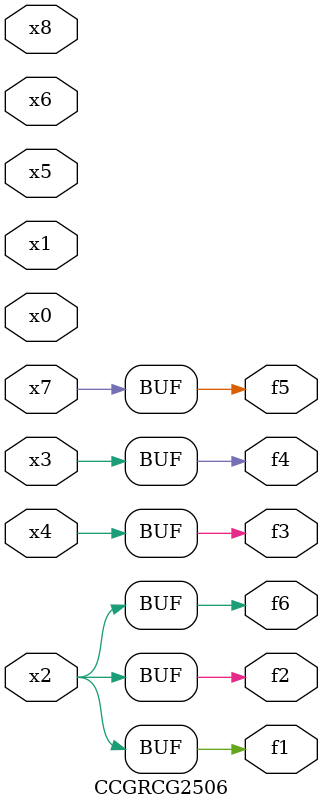
<source format=v>
module CCGRCG2506(
	input x0, x1, x2, x3, x4, x5, x6, x7, x8,
	output f1, f2, f3, f4, f5, f6
);
	assign f1 = x2;
	assign f2 = x2;
	assign f3 = x4;
	assign f4 = x3;
	assign f5 = x7;
	assign f6 = x2;
endmodule

</source>
